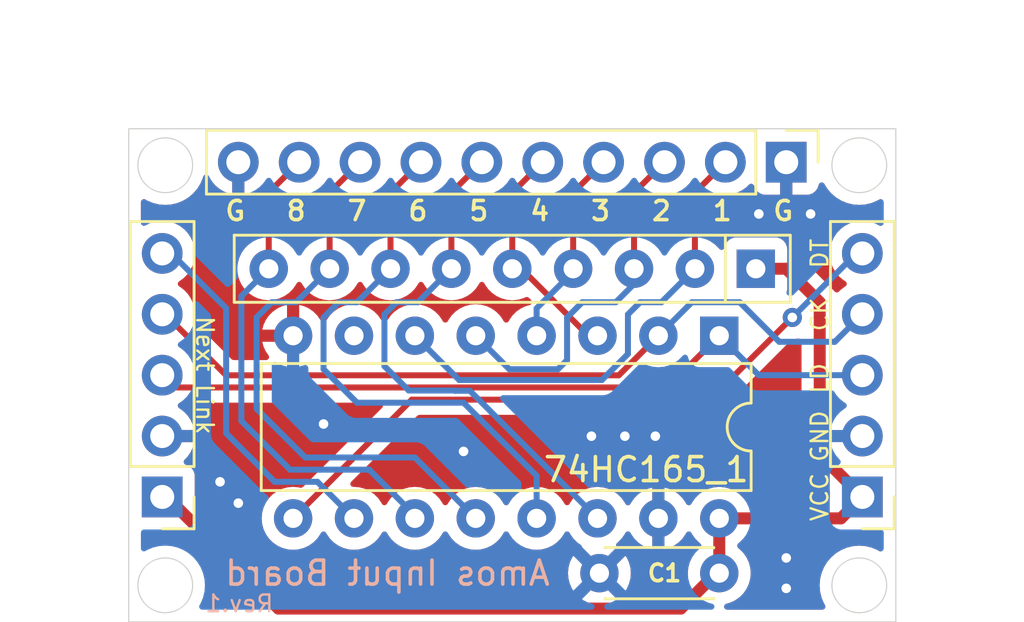
<source format=kicad_pcb>
(kicad_pcb (version 20211014) (generator pcbnew)
  (layers (0 "F.Cu" signal) (31 "B.Cu" signal) (34 "B.Paste" user) (35 "F.Paste" user) (36 "B.SilkS" user "B.Silkscreen") (37 "F.SilkS" user "F.Silkscreen") (38 "B.Mask" user) (39 "F.Mask" user) (44 "Edge.Cuts" user))
  (net 0 "")
  (net 1 "VCC")
  (net 2 "GND")
  (net 3 "/D_IN")
  (net 4 "/D_OUT")
  (net 5 "/LOAD")
  (net 6 "/CLK")
  (net 8 "/C_4")
  (net 9 "/C_3")
  (net 10 "/C_2")
  (net 11 "/C_1")
  (net 12 "/C_8")
  (net 13 "/C_7")
  (net 14 "/C_6")
  (net 15 "/C_5")
  (footprint "Connector_PinHeader_2.54mm:PinHeader_1x05_P2.54mm_Vertical" (layer "F.Cu") (at 149.987 100.325 180)
    (fp_text reference "IN1" hide)
    (fp_text value "Conn_01x05_Male")
    (fp_line (start 1.33 1.27) (end 1.33 11.49) (layer "F.SilkS") (width 0.12))
    (fp_line (start -1.33 0) (end -1.33 -1.33) (layer "F.SilkS") (width 0.12))
    (fp_line (start -1.33 1.27) (end -1.33 11.49) (layer "F.SilkS") (width 0.12))
    (fp_line (start -1.33 11.49) (end 1.33 11.49) (layer "F.SilkS") (width 0.12))
    (fp_line (start -1.33 1.27) (end 1.33 1.27) (layer "F.SilkS") (width 0.12))
    (fp_line (start -1.33 -1.33) (end 0 -1.33) (layer "F.SilkS") (width 0.12))
    (pad "1" thru_hole rect locked (at 0 0 180) (size 1.7 1.7) (drill 1) (layers *.Cu *.Mask) (net 1 "VCC"))
    (pad "2" thru_hole oval locked (at 0 2.54 180) (size 1.7 1.7) (drill 1) (layers *.Cu *.Mask) (net 2 "GND"))
    (pad "3" thru_hole oval locked (at 0 5.08 180) (size 1.7 1.7) (drill 1) (layers *.Cu *.Mask) (net 5 "/LOAD"))
    (pad "4" thru_hole oval locked (at 0 7.62 180) (size 1.7 1.7) (drill 1) (layers *.Cu *.Mask) (net 6 "/CLK"))
    (pad "5" thru_hole oval locked (at 0 10.16 180) (size 1.7 1.7) (drill 1) (layers *.Cu *.Mask) (net 3 "/D_IN"))
  )
  (footprint "Package_DIP:DIP-16_W7.62mm" (layer "F.Cu") (at 173.228 93.599 -90)
    (fp_text reference "74HC165_1" (at 5.588 3.048 180) (layer "F.SilkS"))
    (fp_text value "74HC165")
    (fp_line (start 6.46 19.11) (end 6.46 -1.33) (layer "F.SilkS") (width 0.12))
    (fp_line (start 1.16 -1.33) (end 1.16 19.11) (layer "F.SilkS") (width 0.12))
    (fp_line (start 1.16 19.11) (end 6.46 19.11) (layer "F.SilkS") (width 0.12))
    (fp_line (start 6.46 -1.33) (end 4.81 -1.33) (layer "F.SilkS") (width 0.12))
    (fp_line (start 2.81 -1.33) (end 1.16 -1.33) (layer "F.SilkS") (width 0.12))
    (fp_arc (start 4.81 -1.33) (mid 3.81 -0.33) (end 2.81 -1.33) (layer "F.SilkS") (width 0.12))
    (pad "1" thru_hole rect locked (at 0 0 270) (size 1.6 1.6) (drill 0.8) (layers *.Cu *.Mask) (net 5 "/LOAD"))
    (pad "2" thru_hole oval locked (at 0 2.54 270) (size 1.6 1.6) (drill 0.8) (layers *.Cu *.Mask) (net 6 "/CLK"))
    (pad "3" thru_hole oval locked (at 0 5.08 270) (size 1.6 1.6) (drill 0.8) (layers *.Cu *.Mask) (net 8 "/C_4"))
    (pad "4" thru_hole oval locked (at 0 7.62 270) (size 1.6 1.6) (drill 0.8) (layers *.Cu *.Mask) (net 9 "/C_3"))
    (pad "5" thru_hole oval locked (at 0 10.16 270) (size 1.6 1.6) (drill 0.8) (layers *.Cu *.Mask) (net 10 "/C_2"))
    (pad "6" thru_hole oval locked (at 0 12.7 270) (size 1.6 1.6) (drill 0.8) (layers *.Cu *.Mask) (net 11 "/C_1"))
    (pad "7" thru_hole oval locked (at 0 15.24 270) (size 1.6 1.6) (drill 0.8) (layers *.Cu *.Mask))
    (pad "8" thru_hole oval locked (at 0 17.78 270) (size 1.6 1.6) (drill 0.8) (layers *.Cu *.Mask) (net 2 "GND"))
    (pad "9" thru_hole oval locked (at 7.62 17.78 270) (size 1.6 1.6) (drill 0.8) (layers *.Cu *.Mask) (net 4 "/D_OUT"))
    (pad "10" thru_hole oval locked (at 7.62 15.24 270) (size 1.6 1.6) (drill 0.8) (layers *.Cu *.Mask) (net 3 "/D_IN"))
    (pad "11" thru_hole oval locked (at 7.62 12.7 270) (size 1.6 1.6) (drill 0.8) (layers *.Cu *.Mask) (net 12 "/C_8"))
    (pad "12" thru_hole oval locked (at 7.62 10.16 270) (size 1.6 1.6) (drill 0.8) (layers *.Cu *.Mask) (net 13 "/C_7"))
    (pad "13" thru_hole oval locked (at 7.62 7.62 270) (size 1.6 1.6) (drill 0.8) (layers *.Cu *.Mask) (net 14 "/C_6"))
    (pad "14" thru_hole oval locked (at 7.62 5.08 270) (size 1.6 1.6) (drill 0.8) (layers *.Cu *.Mask) (net 15 "/C_5"))
    (pad "15" thru_hole oval locked (at 7.62 2.54 270) (size 1.6 1.6) (drill 0.8) (layers *.Cu *.Mask) (net 2 "GND"))
    (pad "16" thru_hole oval locked (at 7.62 0 270) (size 1.6 1.6) (drill 0.8) (layers *.Cu *.Mask) (net 1 "VCC"))
  )
  (footprint "Resistor_THT:R_Array_SIP9" (layer "F.Cu") (at 174.752 90.805 180)
    (fp_text reference "RN1" hide)
    (fp_text value "R_Network08")
    (fp_line (start -1.44 -1.4) (end -1.44 1.4) (layer "F.SilkS") (width 0.12))
    (fp_line (start 21.76 -1.4) (end -1.44 -1.4) (layer "F.SilkS") (width 0.12))
    (fp_line (start -1.44 1.4) (end 21.76 1.4) (layer "F.SilkS") (width 0.12))
    (fp_line (start 21.76 1.4) (end 21.76 -1.4) (layer "F.SilkS") (width 0.12))
    (fp_line (start 1.27 -1.4) (end 1.27 1.4) (layer "F.SilkS") (width 0.12))
    (pad "1" thru_hole rect locked (at 0 0 180) (size 1.6 1.6) (drill 0.8) (layers *.Cu *.Mask) (net 1 "VCC"))
    (pad "2" thru_hole oval locked (at 2.54 0 180) (size 1.6 1.6) (drill 0.8) (layers *.Cu *.Mask) (net 11 "/C_1"))
    (pad "3" thru_hole oval locked (at 5.08 0 180) (size 1.6 1.6) (drill 0.8) (layers *.Cu *.Mask) (net 10 "/C_2"))
    (pad "4" thru_hole oval locked (at 7.62 0 180) (size 1.6 1.6) (drill 0.8) (layers *.Cu *.Mask) (net 9 "/C_3"))
    (pad "5" thru_hole oval locked (at 10.16 0 180) (size 1.6 1.6) (drill 0.8) (layers *.Cu *.Mask) (net 8 "/C_4"))
    (pad "6" thru_hole oval locked (at 12.7 0 180) (size 1.6 1.6) (drill 0.8) (layers *.Cu *.Mask) (net 15 "/C_5"))
    (pad "7" thru_hole oval locked (at 15.24 0 180) (size 1.6 1.6) (drill 0.8) (layers *.Cu *.Mask) (net 14 "/C_6"))
    (pad "8" thru_hole oval locked (at 17.78 0 180) (size 1.6 1.6) (drill 0.8) (layers *.Cu *.Mask) (net 13 "/C_7"))
    (pad "9" thru_hole oval locked (at 20.32 0 180) (size 1.6 1.6) (drill 0.8) (layers *.Cu *.Mask) (net 12 "/C_8"))
  )
  (footprint "Connector_PinHeader_2.54mm:PinHeader_1x10_P2.54mm_Vertical" (layer "F.Cu") (at 176.022 86.36 -90)
    (fp_text reference "J1" hide)
    (fp_text value "Conn_01x10_Male")
    (fp_line (start -1.33 1.27) (end 1.33 1.27) (layer "F.SilkS") (width 0.12))
    (fp_line (start 1.33 1.27) (end 1.33 24.19) (layer "F.SilkS") (width 0.12))
    (fp_line (start -1.33 1.27) (end -1.33 24.19) (layer "F.SilkS") (width 0.12))
    (fp_line (start -1.33 -1.33) (end 0 -1.33) (layer "F.SilkS") (width 0.12))
    (fp_line (start -1.33 0) (end -1.33 -1.33) (layer "F.SilkS") (width 0.12))
    (fp_line (start -1.33 24.19) (end 1.33 24.19) (layer "F.SilkS") (width 0.12))
    (pad "1" thru_hole rect (at 0 0 270) (size 1.7 1.7) (drill 1) (layers *.Cu *.Mask) (net 2 "GND"))
    (pad "2" thru_hole oval (at 0 2.54 270) (size 1.7 1.7) (drill 1) (layers *.Cu *.Mask) (net 11 "/C_1"))
    (pad "3" thru_hole oval (at 0 5.08 270) (size 1.7 1.7) (drill 1) (layers *.Cu *.Mask) (net 10 "/C_2"))
    (pad "4" thru_hole oval (at 0 7.62 270) (size 1.7 1.7) (drill 1) (layers *.Cu *.Mask) (net 9 "/C_3"))
    (pad "5" thru_hole oval (at 0 10.16 270) (size 1.7 1.7) (drill 1) (layers *.Cu *.Mask) (net 8 "/C_4"))
    (pad "6" thru_hole oval (at 0 12.7 270) (size 1.7 1.7) (drill 1) (layers *.Cu *.Mask) (net 15 "/C_5"))
    (pad "7" thru_hole oval (at 0 15.24 270) (size 1.7 1.7) (drill 1) (layers *.Cu *.Mask) (net 14 "/C_6"))
    (pad "8" thru_hole oval (at 0 17.78 270) (size 1.7 1.7) (drill 1) (layers *.Cu *.Mask) (net 13 "/C_7"))
    (pad "9" thru_hole oval (at 0 20.32 270) (size 1.7 1.7) (drill 1) (layers *.Cu *.Mask) (net 12 "/C_8"))
    (pad "10" thru_hole oval (at 0 22.86 270) (size 1.7 1.7) (drill 1) (layers *.Cu *.Mask) (net 2 "GND"))
  )
  (footprint "Connector_PinHeader_2.54mm:PinHeader_1x05_P2.54mm_Vertical" (layer "F.Cu") (at 179.197 100.325 180)
    (fp_text reference "OUT1" hide)
    (fp_text value "Conn_01x05_Male")
    (fp_line (start -1.33 11.49) (end 1.33 11.49) (layer "F.SilkS") (width 0.12))
    (fp_line (start -1.33 1.27) (end 1.33 1.27) (layer "F.SilkS") (width 0.12))
    (fp_line (start 1.33 1.27) (end 1.33 11.49) (layer "F.SilkS") (width 0.12))
    (fp_line (start -1.33 1.27) (end -1.33 11.49) (layer "F.SilkS") (width 0.12))
    (fp_line (start -1.33 0) (end -1.33 -1.33) (layer "F.SilkS") (width 0.12))
    (fp_line (start -1.33 -1.33) (end 0 -1.33) (layer "F.SilkS") (width 0.12))
    (pad "1" thru_hole rect locked (at 0 0 180) (size 1.7 1.7) (drill 1) (layers *.Cu *.Mask) (net 1 "VCC"))
    (pad "2" thru_hole oval locked (at 0 2.54 180) (size 1.7 1.7) (drill 1) (layers *.Cu *.Mask) (net 2 "GND"))
    (pad "3" thru_hole oval locked (at 0 5.08 180) (size 1.7 1.7) (drill 1) (layers *.Cu *.Mask) (net 5 "/LOAD"))
    (pad "4" thru_hole oval locked (at 0 7.62 180) (size 1.7 1.7) (drill 1) (layers *.Cu *.Mask) (net 6 "/CLK"))
    (pad "5" thru_hole oval locked (at 0 10.16 180) (size 1.7 1.7) (drill 1) (layers *.Cu *.Mask) (net 4 "/D_OUT"))
  )
  (footprint "Capacitor_THT:C_Disc_D4.3mm_W1.9mm_P5.00mm" (layer "F.Cu") (at 173.228 103.505 180)
    (fp_text reference "C1" (at 2.286 0) (layer "F.SilkS") (effects (font (size 0.7 0.7))))
    (fp_text value "C")
    (fp_line (start 0.23 1.07) (end 4.77 1.07) (layer "F.SilkS") (width 0.12))
    (fp_line (start 0.23 -1.07) (end 0.23 -1.055) (layer "F.SilkS") (width 0.12))
    (fp_line (start 0.23 -1.07) (end 4.77 -1.07) (layer "F.SilkS") (width 0.12))
    (fp_line (start 0.23 1.055) (end 0.23 1.07) (layer "F.SilkS") (width 0.12))
    (fp_line (start 4.77 -1.07) (end 4.77 -1.055) (layer "F.SilkS") (width 0.12))
    (fp_line (start 4.77 1.055) (end 4.77 1.07) (layer "F.SilkS") (width 0.12))
    (pad "1" thru_hole circle locked (at 0 0 180) (size 1.6 1.6) (drill 0.8) (layers *.Cu *.Mask) (net 1 "VCC"))
    (pad "2" thru_hole circle locked (at 5 0 180) (size 1.6 1.6) (drill 0.8) (layers *.Cu *.Mask) (net 2 "GND"))
  )
  (gr_circle (center 150.114 104.013) (end 150.114 102.87) (layer "Edge.Cuts") (width 0.05) (fill none))
  (gr_circle (center 150.114 86.487) (end 150.114 85.344) (layer "Edge.Cuts") (width 0.05) (fill none))
  (gr_circle (center 179.07 86.487) (end 179.07 85.344) (layer "Edge.Cuts") (width 0.05) (fill none))
  (gr_rect (start 148.59 84.963) (end 180.594 105.537) (layer "Edge.Cuts") (width 0.05) (fill none))
  (gr_circle (center 179.07 104.013) (end 179.07 102.87) (layer "Edge.Cuts") (width 0.05) (fill none))
  (gr_text "Amos Input Board" (at 159.385 103.505) (layer "B.SilkS") (effects (font (size 1 1)) (justify mirror)))
  (gr_text "Rev.1" (at 154.686 104.775) (layer "B.SilkS") (effects (font (size 0.7 0.7) (thickness 0.1)) (justify left mirror)))
  (gr_text "Next Link" (at 151.765 95.25 270) (layer "F.SilkS") (effects (font (size 0.7 0.7) (thickness 0.1))))
  (gr_text "LD" (at 177.419 95.377 90) (layer "F.SilkS") (effects (font (size 0.7 0.7) (thickness 0.1))))
  (gr_text "G" (at 175.895 88.392) (layer "F.SilkS") (effects (font (size 0.8 0.8))))
  (gr_text "8" (at 155.575 88.392) (layer "F.SilkS") (effects (font (size 0.8 0.8))))
  (gr_text "1" (at 173.355 88.392) (layer "F.SilkS") (effects (font (size 0.8 0.8))))
  (gr_text "DT" (at 177.419 90.17 90) (layer "F.SilkS") (effects (font (size 0.7 0.7) (thickness 0.1))))
  (gr_text "VCC" (at 177.419 100.33 90) (layer "F.SilkS") (effects (font (size 0.7 0.7) (thickness 0.1))))
  (gr_text "2" (at 170.815 88.392) (layer "F.SilkS") (effects (font (size 0.8 0.8))))
  (gr_text "G" (at 153.035 88.392) (layer "F.SilkS") (effects (font (size 0.8 0.8))))
  (gr_text "CK" (at 177.419 92.71 90) (layer "F.SilkS") (effects (font (size 0.7 0.7) (thickness 0.1))))
  (gr_text "7" (at 158.115 88.392) (layer "F.SilkS") (effects (font (size 0.8 0.8))))
  (gr_text "5" (at 163.195 88.392) (layer "F.SilkS") (effects (font (size 0.8 0.8))))
  (gr_text "GND" (at 177.419 97.79 90) (layer "F.SilkS") (effects (font (size 0.7 0.7) (thickness 0.1))))
  (gr_text "4" (at 165.735 88.392) (layer "F.SilkS") (effects (font (size 0.8 0.8))))
  (gr_text "6" (at 160.655 88.392) (layer "F.SilkS") (effects (font (size 0.8 0.8))))
  (gr_text "3" (at 168.275 88.392) (layer "F.SilkS") (effects (font (size 0.8 0.8))))
  (segment (start 179.197 100.325) (end 178.303 101.219) (width 0.5) (layer "F.Cu") (net 1))
  (segment (start 179.197 100.325) (end 177.419 98.547) (width 0.5) (layer "F.Cu") (net 1))
  (segment (start 173.228 103.505) (end 173.228 101.219) (width 0.5) (layer "F.Cu") (net 1))
  (segment (start 177.419 92.202) (end 176.022 90.805) (width 0.5) (layer "F.Cu") (net 1))
  (segment (start 149.987 100.325) (end 150.177609 100.325) (width 0.5) (layer "F.Cu") (net 1))
  (segment (start 150.177609 100.325) (end 154.836089 104.98348) (width 0.5) (layer "F.Cu") (net 1))
  (segment (start 171.62252 104.98348) (end 173.101 103.505) (width 0.5) (layer "F.Cu") (net 1))
  (segment (start 173.101 103.505) (end 173.228 103.505) (width 0.5) (layer "F.Cu") (net 1))
  (segment (start 176.022 90.805) (end 174.752 90.805) (width 0.5) (layer "F.Cu") (net 1))
  (segment (start 178.303 101.219) (end 173.228 101.219) (width 0.5) (layer "F.Cu") (net 1))
  (segment (start 177.419 98.547) (end 177.419 92.202) (width 0.5) (layer "F.Cu") (net 1))
  (segment (start 154.836089 104.98348) (end 171.62252 104.98348) (width 0.5) (layer "F.Cu") (net 1))
  (via (at 156.718 97.282) (size 0.8) (drill 0.4) (layers "F.Cu" "B.Cu") (net 2))
  (via (at 167.894 97.79) (size 0.8) (drill 0.4) (layers "F.Cu" "B.Cu") (net 2))
  (via (at 174.879 88.519) (size 0.8) (drill 0.4) (layers "F.Cu" "B.Cu") (net 2))
  (via (at 177.038 88.519) (size 0.8) (drill 0.4) (layers "F.Cu" "B.Cu") (net 2))
  (via (at 176.022 102.87) (size 0.8) (drill 0.4) (layers "F.Cu" "B.Cu") (net 2))
  (via (at 153.162 100.584) (size 0.8) (drill 0.4) (layers "F.Cu" "B.Cu") (net 2))
  (via (at 170.561 97.79) (size 0.8) (drill 0.4) (layers "F.Cu" "B.Cu") (net 2))
  (via (at 169.291 97.79) (size 0.8) (drill 0.4) (layers "F.Cu" "B.Cu") (net 2))
  (via (at 162.56 98.425) (size 0.8) (drill 0.4) (layers "F.Cu" "B.Cu") (net 2))
  (via (at 176.022 104.14) (size 0.8) (drill 0.4) (layers "F.Cu" "B.Cu") (net 2))
  (via (at 152.4 99.695) (size 0.8) (drill 0.4) (layers "F.Cu" "B.Cu") (net 2))
  (segment (start 152.654 92.451) (end 152.654 97.66801) (width 0.25) (layer "B.Cu") (net 3))
  (segment (start 150.368 90.165) (end 152.654 92.451) (width 0.25) (layer "B.Cu") (net 3))
  (segment (start 154.68099 99.695) (end 156.464 99.695) (width 0.25) (layer "B.Cu") (net 3))
  (segment (start 152.654 97.66801) (end 154.68099 99.695) (width 0.25) (layer "B.Cu") (net 3))
  (segment (start 149.987 90.165) (end 150.368 90.165) (width 0.25) (layer "B.Cu") (net 3))
  (segment (start 156.464 99.695) (end 157.988 101.219) (width 0.25) (layer "B.Cu") (net 3))
  (segment (start 172.847 96.266) (end 160.401 96.266) (width 0.25) (layer "F.Cu") (net 4))
  (segment (start 176.276 92.837) (end 172.847 96.266) (width 0.25) (layer "F.Cu") (net 4))
  (segment (start 160.401 96.266) (end 155.448 101.219) (width 0.25) (layer "F.Cu") (net 4))
  (via (at 176.276 92.837) (size 0.8) (drill 0.4) (layers "F.Cu" "B.Cu") (net 4))
  (segment (start 178.948 90.165) (end 179.197 90.165) (width 0.25) (layer "B.Cu") (net 4))
  (segment (start 176.276 92.837) (end 178.948 90.165) (width 0.25) (layer "B.Cu") (net 4))
  (segment (start 173.228 93.599) (end 171.069 95.758) (width 0.25) (layer "F.Cu") (net 5))
  (segment (start 150.627 95.758) (end 150.114 95.245) (width 0.25) (layer "F.Cu") (net 5))
  (segment (start 150.114 95.245) (end 149.987 95.245) (width 0.25) (layer "F.Cu") (net 5))
  (segment (start 171.069 95.758) (end 150.627 95.758) (width 0.25) (layer "F.Cu") (net 5))
  (segment (start 173.228 93.599) (end 174.874 95.245) (width 0.25) (layer "B.Cu") (net 5))
  (segment (start 174.874 95.245) (end 179.197 95.245) (width 0.25) (layer "B.Cu") (net 5))
  (segment (start 169.037 95.25) (end 152.654 95.25) (width 0.25) (layer "F.Cu") (net 6))
  (segment (start 150.109 92.705) (end 149.987 92.705) (width 0.25) (layer "F.Cu") (net 6))
  (segment (start 170.688 93.599) (end 169.037 95.25) (width 0.25) (layer "F.Cu") (net 6))
  (segment (start 152.654 95.25) (end 150.109 92.705) (width 0.25) (layer "F.Cu") (net 6))
  (segment (start 170.688 93.599) (end 172.085 92.202) (width 0.25) (layer "B.Cu") (net 6))
  (segment (start 172.085 92.202) (end 174.080022 92.202) (width 0.25) (layer "B.Cu") (net 6))
  (segment (start 175.731022 93.853) (end 178.049 93.853) (width 0.25) (layer "B.Cu") (net 6))
  (segment (start 178.049 93.853) (end 179.197 92.705) (width 0.25) (layer "B.Cu") (net 6))
  (segment (start 174.080022 92.202) (end 175.731022 93.853) (width 0.25) (layer "B.Cu") (net 6))
  (segment (start 167.64 93.472) (end 164.973 90.805) (width 0.25) (layer "F.Cu") (net 8))
  (segment (start 164.592 87.63) (end 164.592 90.805) (width 0.25) (layer "F.Cu") (net 8))
  (segment (start 164.973 90.805) (end 164.592 90.805) (width 0.25) (layer "F.Cu") (net 8))
  (segment (start 165.862 86.36) (end 164.592 87.63) (width 0.25) (layer "F.Cu") (net 8))
  (segment (start 167.64 93.599) (end 167.64 93.472) (width 0.25) (layer "F.Cu") (net 8))
  (segment (start 168.402 86.36) (end 167.132 87.63) (width 0.25) (layer "F.Cu") (net 9))
  (segment (start 167.132 87.63) (end 167.132 90.805) (width 0.25) (layer "F.Cu") (net 9))
  (segment (start 167.132 90.932) (end 167.132 90.805) (width 0.25) (layer "B.Cu") (net 9))
  (segment (start 165.608 92.456) (end 167.132 90.932) (width 0.25) (layer "B.Cu") (net 9))
  (segment (start 165.608 93.599) (end 165.608 92.456) (width 0.25) (layer "B.Cu") (net 9))
  (segment (start 169.672 90.805) (end 169.672 87.63) (width 0.25) (layer "F.Cu") (net 10))
  (segment (start 169.672 87.63) (end 170.942 86.36) (width 0.25) (layer "F.Cu") (net 10))
  (segment (start 166.497 94.996) (end 166.878 94.615) (width 0.25) (layer "B.Cu") (net 10))
  (segment (start 164.465 94.996) (end 166.497 94.996) (width 0.25) (layer "B.Cu") (net 10))
  (segment (start 169.672 91.44) (end 169.672 90.805) (width 0.25) (layer "B.Cu") (net 10))
  (segment (start 166.878 92.837) (end 167.513 92.202) (width 0.25) (layer "B.Cu") (net 10))
  (segment (start 168.91 92.202) (end 169.672 91.44) (width 0.25) (layer "B.Cu") (net 10))
  (segment (start 166.878 94.615) (end 166.878 92.837) (width 0.25) (layer "B.Cu") (net 10))
  (segment (start 163.068 93.599) (end 164.465 94.996) (width 0.25) (layer "B.Cu") (net 10))
  (segment (start 167.513 92.202) (end 168.91 92.202) (width 0.25) (layer "B.Cu") (net 10))
  (segment (start 172.212 87.63) (end 173.482 86.36) (width 0.25) (layer "F.Cu") (net 11))
  (segment (start 172.212 90.805) (end 172.212 87.63) (width 0.25) (layer "F.Cu") (net 11))
  (segment (start 162.37452 95.44552) (end 168.33348 95.44552) (width 0.25) (layer "B.Cu") (net 11))
  (segment (start 169.926 92.202) (end 170.815 92.202) (width 0.25) (layer "B.Cu") (net 11))
  (segment (start 160.528 93.599) (end 162.37452 95.44552) (width 0.25) (layer "B.Cu") (net 11))
  (segment (start 170.815 92.202) (end 172.212 90.805) (width 0.25) (layer "B.Cu") (net 11))
  (segment (start 169.418 92.71) (end 169.926 92.202) (width 0.25) (layer "B.Cu") (net 11))
  (segment (start 168.33348 95.44552) (end 169.418 94.361) (width 0.25) (layer "B.Cu") (net 11))
  (segment (start 169.418 94.361) (end 169.418 92.71) (width 0.25) (layer "B.Cu") (net 11))
  (segment (start 154.432 90.805) (end 154.432 87.63) (width 0.25) (layer "F.Cu") (net 12))
  (segment (start 154.432 87.63) (end 155.702 86.36) (width 0.25) (layer "F.Cu") (net 12))
  (segment (start 155.321 99.187) (end 153.289 97.155) (width 0.25) (layer "B.Cu") (net 12))
  (segment (start 158.623 99.187) (end 155.321 99.187) (width 0.25) (layer "B.Cu") (net 12))
  (segment (start 160.528 101.092) (end 158.623 99.187) (width 0.25) (layer "B.Cu") (net 12))
  (segment (start 153.289 97.155) (end 153.289 91.948) (width 0.25) (layer "B.Cu") (net 12))
  (segment (start 153.289 91.948) (end 154.432 90.805) (width 0.25) (layer "B.Cu") (net 12))
  (segment (start 160.528 101.219) (end 160.528 101.092) (width 0.25) (layer "B.Cu") (net 12))
  (segment (start 156.972 87.63) (end 156.972 90.805) (width 0.25) (layer "F.Cu") (net 13))
  (segment (start 158.242 86.36) (end 156.972 87.63) (width 0.25) (layer "F.Cu") (net 13))
  (segment (start 153.924 96.647) (end 153.924 92.837) (width 0.25) (layer "B.Cu") (net 13))
  (segment (start 163.068 101.219) (end 160.528 98.679) (width 0.25) (layer "B.Cu") (net 13))
  (segment (start 155.956 98.679) (end 153.924 96.647) (width 0.25) (layer "B.Cu") (net 13))
  (segment (start 155.575 92.202) (end 156.972 90.805) (width 0.25) (layer "B.Cu") (net 13))
  (segment (start 154.559 92.202) (end 155.575 92.202) (width 0.25) (layer "B.Cu") (net 13))
  (segment (start 160.528 98.679) (end 155.956 98.679) (width 0.25) (layer "B.Cu") (net 13))
  (segment (start 153.924 92.837) (end 154.559 92.202) (width 0.25) (layer "B.Cu") (net 13))
  (segment (start 159.512 87.63) (end 159.512 90.805) (width 0.25) (layer "F.Cu") (net 14))
  (segment (start 160.782 86.36) (end 159.512 87.63) (width 0.25) (layer "F.Cu") (net 14))
  (segment (start 158.115 96.393) (end 156.718 94.996) (width 0.25) (layer "B.Cu") (net 14))
  (segment (start 156.718 92.837) (end 157.353 92.202) (width 0.25) (layer "B.Cu") (net 14))
  (segment (start 162.56 96.393) (end 158.115 96.393) (width 0.25) (layer "B.Cu") (net 14))
  (segment (start 157.353 92.202) (end 158.115 92.202) (width 0.25) (layer "B.Cu") (net 14))
  (segment (start 165.608 101.219) (end 165.608 99.441) (width 0.25) (layer "B.Cu") (net 14))
  (segment (start 156.718 94.996) (end 156.718 92.837) (width 0.25) (layer "B.Cu") (net 14))
  (segment (start 158.115 92.202) (end 159.512 90.805) (width 0.25) (layer "B.Cu") (net 14))
  (segment (start 165.608 99.441) (end 162.56 96.393) (width 0.25) (layer "B.Cu") (net 14))
  (segment (start 163.322 86.36) (end 162.052 87.63) (width 0.25) (layer "F.Cu") (net 15))
  (segment (start 162.052 87.63) (end 162.052 90.805) (width 0.25) (layer "F.Cu") (net 15))
  (segment (start 162.188323 95.89504) (end 162.178283 95.885) (width 0.25) (layer "B.Cu") (net 15))
  (segment (start 159.258 94.869) (end 159.258 92.71) (width 0.25) (layer "B.Cu") (net 15))
  (segment (start 160.274 95.885) (end 159.258 94.869) (width 0.25) (layer "B.Cu") (net 15))
  (segment (start 162.178283 95.885) (end 160.274 95.885) (width 0.25) (layer "B.Cu") (net 15))
  (segment (start 159.766 92.202) (end 160.655 92.202) (width 0.25) (layer "B.Cu") (net 15))
  (segment (start 160.655 92.202) (end 162.052 90.805) (width 0.25) (layer "B.Cu") (net 15))
  (segment (start 168.148 101.219) (end 162.82404 95.89504) (width 0.25) (layer "B.Cu") (net 15))
  (segment (start 159.258 92.71) (end 159.766 92.202) (width 0.25) (layer "B.Cu") (net 15))
  (segment (start 162.82404 95.89504) (end 162.188323 95.89504) (width 0.25) (layer "B.Cu") (net 15))
  (zone (net 2) (net_name "GND") (layers F&B.Cu) (connect_pads (clearance 0.508)) (min_thickness 0.254) (fill yes (thermal_gap 0.508) (thermal_bridge_width 0.508))
    (polygon (pts (xy 180.467 105.156) (xy 148.971 105.156) (xy 148.971 85.344) (xy 180.467 85.344)))
  )
)
</source>
